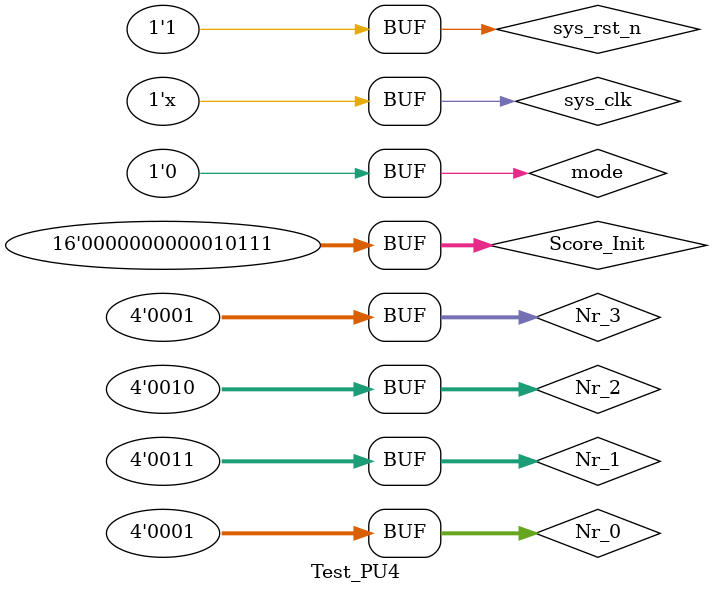
<source format=v>
`timescale 1ns/1ps

module Test_PU4;

	parameter integer DATA_WIDTH     = 4;
	parameter integer SCORE_WIDTH    = 16;
	parameter integer LOCATION_WIDTH = 32;

	reg sys_clk   ;
	reg sys_rst_n ;
	reg mode      ;
	reg start_in  ;

	reg [DATA_WIDTH-1:0] Ns;
	reg [2:0] final_row_en;
	
	reg [DATA_WIDTH-1:0] Nr_0;
	reg [DATA_WIDTH-1:0] Nr_1;
	reg [DATA_WIDTH-1:0] Nr_2;
	reg [DATA_WIDTH-1:0] Nr_3;
	
	
	reg [LOCATION_WIDTH-1:0] location_in_0;
	reg [LOCATION_WIDTH-1:0] location_in_1;
	reg [LOCATION_WIDTH-1:0] location_in_2;
	reg [LOCATION_WIDTH-1:0] location_in_3;

	reg signed [SCORE_WIDTH-1:0] Score_Init;

	reg [3:0] mod7_cnt;
	reg [3:0] Y_cnt;

	wire start_out;
	wire [DATA_WIDTH-1:0] Ns_out;

	wire signed [SCORE_WIDTH-1:0] H_i_j_out;
	wire signed [SCORE_WIDTH-1:0] F_i_j_out;

	wire signed [SCORE_WIDTH-1:0] Score_out;

	wire signed [SCORE_WIDTH-1:0] H_row_max_last;
	wire [LOCATION_WIDTH-1:0]	H_row_max_last_location;

	wire signed [SCORE_WIDTH-1:0] H_max_out;
	wire [LOCATION_WIDTH-1:0] H_max_location;
	

		initial begin
			sys_clk <= 1'b0;
			sys_rst_n <= 1'b0;
			mode <= 1'b0;
			Nr_0 <= 4'b0001;
			Nr_1 <= 4'b0011;
			Nr_2 <= 4'b0010;
			Nr_3 <= 4'b0001;

			Score_Init <= 8'sb00010111;//23
			start_in <= 1'b0;

    		#25 sys_rst_n <= 1'b1;
		end

		always begin
			#5 sys_clk = ~sys_clk;
		end

		always @(posedge sys_clk or negedge sys_rst_n) begin
			if(!sys_rst_n) mod7_cnt <= 3'd6;
			else begin
				if(mod7_cnt == 3'd6) mod7_cnt <= 1'b0;
				else mod7_cnt <= mod7_cnt + 1'b1;
			end
		end

		always @(posedge sys_clk or negedge sys_rst_n) begin
			if(!sys_rst_n) Y_cnt <= 1'b0;
			else begin
				if(mod7_cnt == 3'd0) Y_cnt <= Y_cnt + 1'b1;
				else if (Y_cnt == 4'd10) Y_cnt <= 1'b0;
				else Y_cnt <= Y_cnt;
			end
		end

		always @(posedge sys_clk or negedge sys_rst_n) begin
			if(!sys_rst_n) Ns <= 1'b0;
			else begin
				if(Y_cnt == 4'd1) Ns <= 4'b0011;//3
				else if(Y_cnt == 4'd2) Ns <= 4'b0001;//1
				else if(Y_cnt == 4'd3) Ns <= 4'b0010;//2
				else if(Y_cnt == 4'd4) Ns <= 4'b0001;//1
				else if(Y_cnt == 4'd5) Ns <= 4'b0011;//3
				else if(Y_cnt == 4'd6) Ns <= 4'b0011;//3
				else if(Y_cnt == 4'd7) Ns <= 4'b0001;//1
				else if(Y_cnt == 4'd8) Ns <= 4'b0011;//3
				else Ns <= Ns;
			end
		end

		always @(posedge sys_clk or negedge sys_rst_n) begin
			if(!sys_rst_n) location_in_0 <= 32'h0000_0000;
			else begin
				if(mod7_cnt == 3'd0) location_in_0 <= location_in_0 + 1'b1;
				else location_in_0 <= location_in_0;
			end
		end

		always @(posedge sys_clk or negedge sys_rst_n) begin
			if(!sys_rst_n) location_in_1 <= 32'h0001_0000;
			else begin
				if(mod7_cnt == 3'd0) location_in_1 <= location_in_1 + 1'b1;
				else location_in_1 <= location_in_1;
			end
		end

		always @(posedge sys_clk or negedge sys_rst_n) begin
			if(!sys_rst_n) location_in_2 <= 32'h0002_0000;
			else begin
				if(mod7_cnt == 3'd0) location_in_2 <= location_in_2 + 1'b1;
				else location_in_2 <= location_in_2;
			end
		end

		always @(posedge sys_clk or negedge sys_rst_n) begin
			if(!sys_rst_n) location_in_3 <= 32'h0003_0000;
			else begin
				if(mod7_cnt == 3'd0) location_in_3 <= location_in_3 + 1'b1;
				else location_in_3 <= location_in_3;
			end
		end

//--------------------
always @(posedge sys_clk or negedge sys_rst_n) begin
    if(!sys_rst_n) start_in <= 1'b0;
    else begin
        if((mod7_cnt == 3'd1) && (Y_cnt == 4'd1)) start_in <= 1'b1;
        else start_in <= 1'b0;
    end
end

		always @(posedge sys_clk or negedge sys_rst_n) begin
			if(!sys_rst_n) final_row_en <= 3'b000;
			else begin
				if ((mod7_cnt == 3'd2) && (Y_cnt == 4'd9)) final_row_en <= 3'b110;
				else final_row_en <= 3'b011;
			end
		end

		PU4 PU4_INST(
			.sys_clk  (sys_clk                               ),
			.sys_rst_n (sys_rst_n                            ),
			
			.Ns (Ns                                          ),
			
			.Nr_0  (Nr_0                                     ),
			.Nr_1  (Nr_1                                     ),
			.Nr_2  (Nr_2                                     ),
			.Nr_3   (Nr_3                                    ),
			
			.Score_Init(Score_Init                           ),
			
			.mode        (mode                               ),
			.final_row_en(final_row_en                       ),
			.start_in  (start_in                             ),
			
			// .H_i_j_fifo(H_i_j_fifo                        ),
			// .F_i_j_fifo(F_i_j_fifo                        ),
			
			.location_in_0  (location_in_0                   ),
			.location_in_1  (location_in_1                   ),
			.location_in_2  (location_in_2                   ),
			.location_in_3  (location_in_3                   ),
			
			
			.Ns_out  (Ns_out                                 ),
			.H_i_j_out  (H_i_j_out                           ),
			.F_i_j_out (F_i_j_out                            ),
			.Score_out (Score_out                            ),
			
			.H_row_max_last         (H_row_max_last          ),
			.H_row_max_last_location(H_row_max_last_location ),
			
			.start_out              (start_out               ),
			.H_max_out              (H_max_out               ),
			.H_max_location(H_max_location                   )
        );

endmodule
</source>
